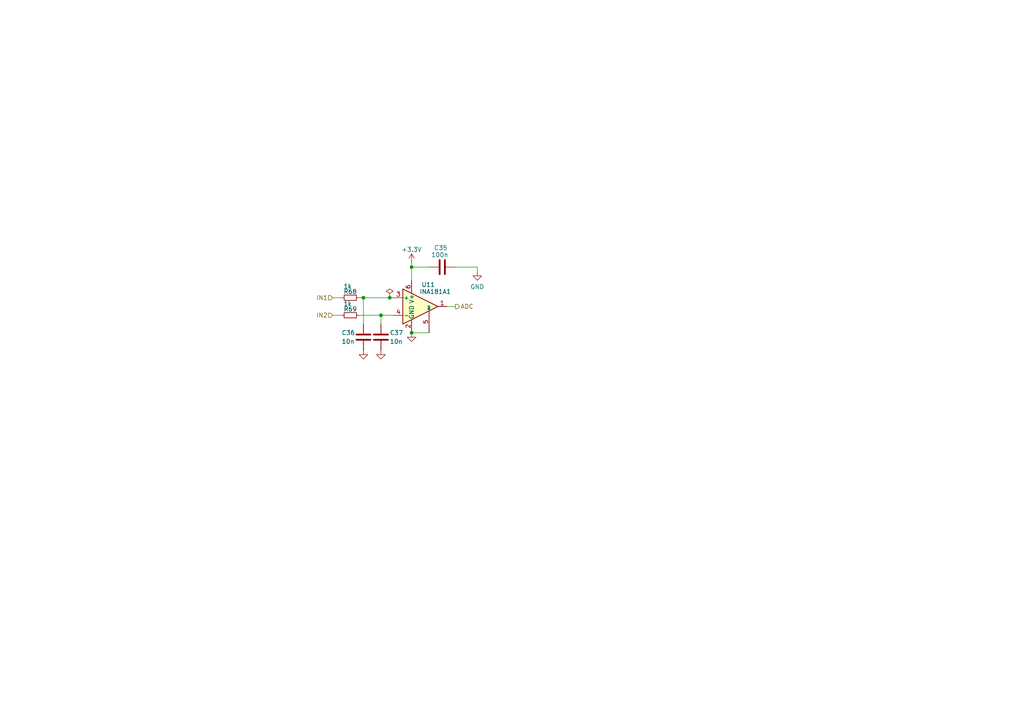
<source format=kicad_sch>
(kicad_sch (version 20250114) (generator "eeschema") (generator_version "9.0")
  (paper "A4")
  (lib_symbols
    (symbol "Amplifier_Current:INA181" (pin_names (offset 0.127))
      (property "Reference" "U" (at 3.81 3.81 0))
      (property "Value" "INA181" (at 3.81 -2.54 0))
      (symbol "INA181_0_1"
        (polyline (pts (xy 5.08 0) (xy -5.08 5.08) (xy -5.08 -5.08) (xy 5.08 0)) (stroke (width 0.254)) (fill (type background)))
      )
      (symbol "INA181_1_1"
        (pin input line (at -7.62 2.54 0) (length 2.54) (name "+") (number "3"))
        (pin input line (at -7.62 -2.54 0) (length 2.54) (name "-") (number "4"))
        (pin power_in line (at -2.54 7.62 270) (length 3.81) (name "V+") (number "6"))
        (pin power_in line (at -2.54 -7.62 90) (length 3.81) (name "GND") (number "2"))
        (pin input line (at 2.54 -7.62 90) (length 6.35) (name "REF") (number "5"))
        (pin output line (at 7.62 0 180) (length 2.54) (name "~") (number "1"))
      )
    )
    (symbol "Device:C" (pin_numbers (hide yes)) (pin_names (offset 0.254))
      (property "Reference" "C" (at 0.635 2.54 0))
      (property "Value" "C" (at 0.635 -2.54 0))
      (symbol "C_0_1"
        (polyline (pts (xy -2.032 0.762) (xy 2.032 0.762)) (stroke (width 0.508)))
        (polyline (pts (xy -2.032 -0.762) (xy 2.032 -0.762)) (stroke (width 0.508)))
      )
      (symbol "C_1_1"
        (pin passive line (at 0 3.81 270) (length 2.794) (name "~") (number "1"))
        (pin passive line (at 0 -3.81 90) (length 2.794) (name "~") (number "2"))
      )
    )
    (symbol "Device:R_Small" (pin_numbers (hide yes)) (pin_names (offset 0.254) (hide yes))
      (property "Reference" "R" (at 0.762 0.508 0))
      (property "Value" "R_Small" (at 0.762 -1.016 0))
      (symbol "R_Small_0_1"
        (rectangle (start -0.762 1.778) (end 0.762 -1.778) (stroke (width 0.2032)))
      )
      (symbol "R_Small_1_1"
        (pin passive line (at 0 2.54 270) (length 0.762) (name "~") (number "1"))
        (pin passive line (at 0 -2.54 90) (length 0.762) (name "~") (number "2"))
      )
    )
    (symbol "GND_2" (power) (pin_numbers (hide yes)) (pin_names (offset 0) (hide yes))
      (property "Value" "GND_2" (at 0 -3.81 0))
      (symbol "GND_2_0_1"
        (polyline (pts (xy 0 0) (xy 0 -1.27) (xy 1.27 -1.27) (xy 0 -2.54) (xy -1.27 -1.27) (xy 0 -1.27)))
      )
      (symbol "GND_2_1_1"
        (pin power_in line (at 0 0 270) (length 0) (hide yes) (name "GND") (number "1"))
      )
    )
    (symbol "power:+3.3V" (power) (pin_names (offset 0))
      (property "Value" "+3.3V" (at 0 3.556 0))
      (symbol "+3.3V_0_1"
        (polyline (pts (xy -0.762 1.27) (xy 0 2.54)))
        (polyline (pts (xy 0 2.54) (xy 0.762 1.27)))
        (polyline (pts (xy 0 0) (xy 0 2.54)))
      )
      (symbol "+3.3V_1_1"
        (pin power_in line (at 0 0 90) (length 0) (hide yes) (name "+3.3V") (number "1"))
      )
    )
    (symbol "power:GND" (power) (pin_names (offset 0))
      (property "Value" "GND" (at 0 -3.81 0))
      (symbol "GND_0_1"
        (polyline (pts (xy 0 0) (xy 0 -1.27) (xy 1.27 -1.27) (xy 0 -2.54) (xy -1.27 -1.27) (xy 0 -1.27)))
      )
      (symbol "GND_1_1"
        (pin power_in line (at 0 0 270) (length 0) (hide yes) (name "GND") (number "1"))
      )
    )
    (symbol "power:PWR_FLAG" (power) (pin_numbers (hide yes)) (pin_names (offset 0) (hide yes))
      (property "Value" "PWR_FLAG" (at 0 3.81 0))
      (symbol "PWR_FLAG_0_0"
        (pin power_out line (at 0 0 90) (length 0) (name "~") (number "1"))
      )
      (symbol "PWR_FLAG_0_1"
        (polyline (pts (xy 0 0) (xy 0 1.27) (xy -1.016 1.905) (xy 0 2.54) (xy 1.016 1.905) (xy 0 1.27)))
      )
    )
  )
  (junction (at 105.41 86.36))
  (junction (at 110.49 91.44))
  (junction (at 113.03 86.36))
  (junction (at 119.38 77.47))
  (junction (at 119.38 96.52))
  (wire (pts (xy 104.14 91.44) (xy 110.49 91.44)))
  (wire (pts (xy 104.14 86.36) (xy 105.41 86.36)))
  (wire (pts (xy 105.41 86.36) (xy 105.41 93.98)))
  (wire (pts (xy 132.08 77.47) (xy 138.43 77.47)))
  (wire (pts (xy 138.43 77.47) (xy 138.43 78.74)))
  (wire (pts (xy 96.52 91.44) (xy 99.06 91.44)))
  (wire (pts (xy 119.38 77.47) (xy 119.38 76.2)))
  (wire (pts (xy 105.41 86.36) (xy 113.03 86.36)))
  (wire (pts (xy 129.54 88.9) (xy 132.08 88.9)))
  (wire (pts (xy 119.38 77.47) (xy 119.38 81.28)))
  (wire (pts (xy 119.38 96.52) (xy 124.46 96.52)))
  (wire (pts (xy 96.52 86.36) (xy 99.06 86.36)))
  (wire (pts (xy 110.49 91.44) (xy 110.49 93.98)))
  (wire (pts (xy 113.03 86.36) (xy 114.3 86.36)))
  (wire (pts (xy 119.38 77.47) (xy 124.46 77.47)))
  (wire (pts (xy 110.49 91.44) (xy 114.3 91.44)))
  (hierarchical_label "IN1" (shape input) (at 96.52 86.36 180))
  (hierarchical_label "IN2" (shape input) (at 96.52 91.44 180))
  (hierarchical_label "ADC" (shape output) (at 132.08 88.9 0))
  (symbol (lib_id "Amplifier_Current:INA181") (at 121.92 88.9 0) (unit 1)
    (property "Reference" "U10" (at 124.206 82.55 0))
    (property "Value" "INA181A1" (at 126.238 84.582 0))
    (property "Footprint" "Package_TO_SOT_SMD:SOT-23-6" (effects (hide yes)))
    (property "Datasheet" "https://www.ti.com/lit/ds/symlink/ina181.pdf?ts=1733985304466&ref_url=https%253A%252F%252Fwww.ti.com%252Fproduct%252FINA181" (effects (hide yes)))
    (property "Description" "Bidirectional, Low- and High-Side Voltage Output, Current-Sense Amplifier, SOT-23-6" (effects (hide yes)))
    (property "LCSC#" "C2058943" (effects (hide yes)))
    (instances (project "frodo_io_module" (path "" (reference "U11") (unit 1)) (path "" (reference "U12") (unit 1)) (path "" (reference "U10") (unit 1))))
  )
  (symbol (lib_id "Device:C") (at 128.27 77.47 90) (unit 1)
    (property "Reference" "C32" (at 129.794 71.882 90) (effects (justify left)))
    (property "Value" "100n" (at 130.048 73.914 90) (effects (justify left)))
    (property "Footprint" "Capacitor_SMD:C_0402_1005Metric" (effects (hide yes)))
    (property "Datasheet" "https://www.lcsc.com/datasheet/lcsc_datasheet_2410121858_Murata-Electronics-GRM155R71H104KE14D_C77020.pdf" (effects (hide yes)))
    (property "Description" "50V 100nF X7R ±10% 0402 Multilayer Ceramic Capacitors MLCC - SMD/SMT ROHS" (effects (hide yes)))
    (property "LCSC#" "C77020" (effects (hide yes)))
    (property "Manufacturer" "Murata Electronics" (effects (hide yes)))
    (instances (project "frodo_io_module" (path "" (reference "C35") (unit 1)) (path "" (reference "C38") (unit 1)) (path "" (reference "C32") (unit 1))))
  )
  (symbol (lib_id "Device:R_Small") (at 101.6 91.44 90) (unit 1)
    (property "Reference" "R67" (at 101.6 89.662 90))
    (property "Value" "1k" (at 100.838 88.138 90))
    (property "Footprint" "Resistor_SMD:R_0402_1005Metric" (effects (hide yes)))
    (property "LCSC#" "C2906899" (effects (hide yes)))
    (property "Manufacturer" "FOJAN" (effects (hide yes)))
    (property "Part#" "FRC0402J102 TS" (effects (hide yes)))
    (instances (project "frodo_io_module" (path "" (reference "R69") (unit 1)) (path "" (reference "R71") (unit 1)) (path "" (reference "R67") (unit 1))))
  )
  (symbol (lib_id "power:PWR_FLAG") (at 113.03 86.36 0) (unit 1)
    (property "Reference" "#FLG08" (effects (hide yes)))
    (property "Value" "PWR_FLAG" (effects (hide yes)))
    (property "Description" "Special symbol for telling ERC where power comes from" (effects (hide yes)))
    (instances (project "frodo_io_module" (path "" (reference "#FLG09") (unit 1)) (path "" (reference "#FLG010") (unit 1)) (path "" (reference "#FLG08") (unit 1))))
  )
  (symbol (lib_id "power:GND") (at 138.43 78.74 0) (unit 1)
    (property "Reference" "#PWR0136" (effects (hide yes)))
    (property "Value" "GND" (at 138.43 83.1834 0))
    (instances (project "frodo_io_module" (path "" (reference "#PWR0141") (unit 1)) (path "" (reference "#PWR0146") (unit 1)) (path "" (reference "#PWR0136") (unit 1))))
  )
  (symbol (lib_id "power:+3.3V") (at 119.38 76.2 0) (unit 1)
    (property "Reference" "#PWR0135" (effects (hide yes)))
    (property "Value" "+3.3V" (at 119.38 72.39 0))
    (instances (project "frodo_io_module" (path "" (reference "#PWR0140") (unit 1)) (path "" (reference "#PWR0145") (unit 1)) (path "" (reference "#PWR0135") (unit 1))))
  )
  (symbol (lib_id "Device:R_Small") (at 101.6 86.36 90) (unit 1)
    (property "Reference" "R66" (at 101.6 84.582 90))
    (property "Value" "1k" (at 100.838 83.058 90))
    (property "Footprint" "Resistor_SMD:R_0402_1005Metric" (effects (hide yes)))
    (property "LCSC#" "C2906899" (effects (hide yes)))
    (property "Manufacturer" "FOJAN" (effects (hide yes)))
    (property "Part#" "FRC0402J102 TS" (effects (hide yes)))
    (instances (project "frodo_io_module" (path "" (reference "R68") (unit 1)) (path "" (reference "R70") (unit 1)) (path "" (reference "R66") (unit 1))))
  )
  (symbol (lib_id "Device:C") (at 105.41 97.79 0) (unit 1)
    (property "Reference" "C33" (at 99.06 96.52 0) (effects (justify left)))
    (property "Value" "10n" (at 99.06 99.06 0) (effects (justify left)))
    (property "Footprint" "Capacitor_SMD:C_0402_1005Metric" (effects (hide yes)))
    (property "LCSC" "C15195" (effects (hide yes)))
    (instances (project "frodo_io_module" (path "" (reference "C36") (unit 1)) (path "" (reference "C39") (unit 1)) (path "" (reference "C33") (unit 1))))
  )
  (symbol (lib_id "Device:C") (at 110.49 97.79 0) (unit 1)
    (property "Reference" "C34" (at 113.03 96.52 0) (effects (justify left)))
    (property "Value" "10n" (at 113.03 99.06 0) (effects (justify left)))
    (property "Footprint" "Capacitor_SMD:C_0402_1005Metric" (effects (hide yes)))
    (property "LCSC" "C15195" (effects (hide yes)))
    (instances (project "frodo_io_module" (path "" (reference "C37") (unit 1)) (path "" (reference "C40") (unit 1)) (path "" (reference "C34") (unit 1))))
  )
  (symbol (lib_id "power:GND") (at 119.38 96.52 0) (unit 1)
    (property "Reference" "#PWR0137" (effects (hide yes)))
    (property "Value" "GND" (effects (hide yes)))
    (instances (project "frodo_io_module" (path "" (reference "#PWR0142") (unit 1)) (path "" (reference "#PWR0147") (unit 1)) (path "" (reference "#PWR0137") (unit 1))))
  )
  (symbol (lib_name "GND_2") (lib_id "power:GND") (at 110.49 101.6 0) (unit 1)
    (property "Reference" "#PWR0139" (effects (hide yes)))
    (property "Value" "GND" (effects (hide yes)))
    (instances (project "frodo_io_module" (path "" (reference "#PWR0144") (unit 1)) (path "" (reference "#PWR0149") (unit 1)) (path "" (reference "#PWR0139") (unit 1))))
  )
  (symbol (lib_name "GND_2") (lib_id "power:GND") (at 105.41 101.6 0) (unit 1)
    (property "Reference" "#PWR0138" (effects (hide yes)))
    (property "Value" "GND" (effects (hide yes)))
    (instances (project "frodo_io_module" (path "" (reference "#PWR0143") (unit 1)) (path "" (reference "#PWR0148") (unit 1)) (path "" (reference "#PWR0138") (unit 1))))
  )
)
</source>
